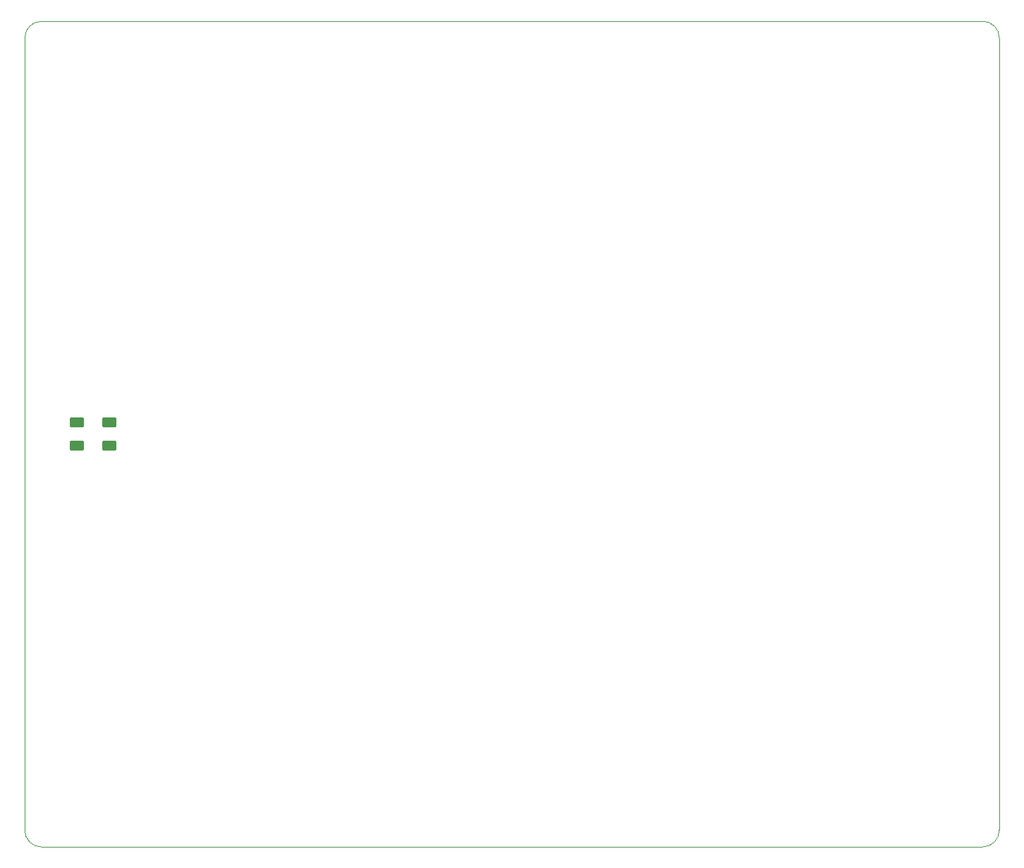
<source format=gbp>
G04 #@! TF.GenerationSoftware,KiCad,Pcbnew,(6.0.10)*
G04 #@! TF.CreationDate,2023-12-11T17:01:48-05:00*
G04 #@! TF.ProjectId,UltrasonicDrive,556c7472-6173-46f6-9e69-634472697665,rev?*
G04 #@! TF.SameCoordinates,Original*
G04 #@! TF.FileFunction,Paste,Bot*
G04 #@! TF.FilePolarity,Positive*
%FSLAX46Y46*%
G04 Gerber Fmt 4.6, Leading zero omitted, Abs format (unit mm)*
G04 Created by KiCad (PCBNEW (6.0.10)) date 2023-12-11 17:01:48*
%MOMM*%
%LPD*%
G01*
G04 APERTURE LIST*
G04 Aperture macros list*
%AMRoundRect*
0 Rectangle with rounded corners*
0 $1 Rounding radius*
0 $2 $3 $4 $5 $6 $7 $8 $9 X,Y pos of 4 corners*
0 Add a 4 corners polygon primitive as box body*
4,1,4,$2,$3,$4,$5,$6,$7,$8,$9,$2,$3,0*
0 Add four circle primitives for the rounded corners*
1,1,$1+$1,$2,$3*
1,1,$1+$1,$4,$5*
1,1,$1+$1,$6,$7*
1,1,$1+$1,$8,$9*
0 Add four rect primitives between the rounded corners*
20,1,$1+$1,$2,$3,$4,$5,0*
20,1,$1+$1,$4,$5,$6,$7,0*
20,1,$1+$1,$6,$7,$8,$9,0*
20,1,$1+$1,$8,$9,$2,$3,0*%
G04 Aperture macros list end*
G04 #@! TA.AperFunction,Profile*
%ADD10C,0.100000*%
G04 #@! TD*
%ADD11RoundRect,0.250000X0.625000X-0.375000X0.625000X0.375000X-0.625000X0.375000X-0.625000X-0.375000X0*%
G04 APERTURE END LIST*
D10*
X312719114Y-47450000D02*
X312714900Y-142595786D01*
X312719100Y-47450000D02*
G75*
G03*
X310719114Y-45450000I-2000000J0D01*
G01*
X195723314Y-142595786D02*
G75*
G03*
X197723328Y-144595786I1999986J-14D01*
G01*
X195723328Y-142595786D02*
X195723328Y-47454213D01*
X197723328Y-45454213D02*
X310719114Y-45450000D01*
X310714900Y-144595786D02*
X197723328Y-144595786D01*
X310714900Y-144595800D02*
G75*
G03*
X312714900Y-142595786I0J2000000D01*
G01*
X197723328Y-45454228D02*
G75*
G03*
X195723328Y-47454213I-28J-1999972D01*
G01*
D11*
X201950000Y-96410000D03*
X201950000Y-93610000D03*
X205900000Y-96390000D03*
X205900000Y-93590000D03*
M02*

</source>
